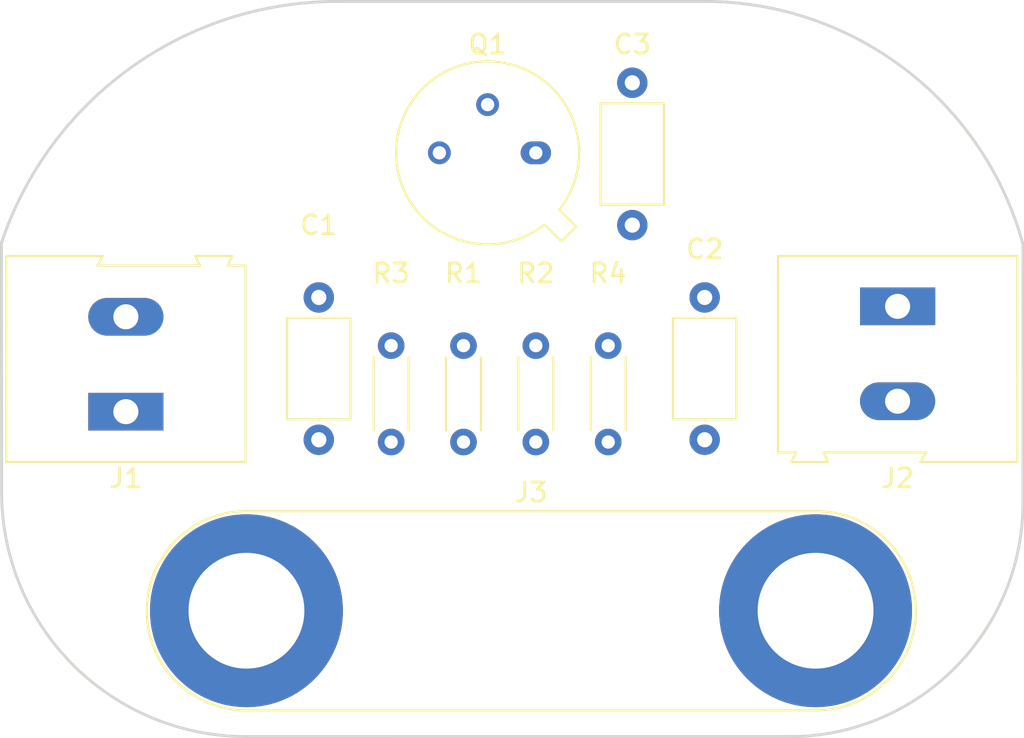
<source format=kicad_pcb>
(kicad_pcb (version 20171130) (host pcbnew "(5.0.2)-1")

  (general
    (thickness 1.6)
    (drawings 8)
    (tracks 0)
    (zones 0)
    (modules 11)
    (nets 8)
  )

  (page A4)
  (title_block
    (title Single_Transistor_AMP)
    (date 2019-05-27)
    (company "Venstpils Augstskola")
    (comment 1 "Darbs KiCad kursā")
    (comment 2 Mielavs)
    (comment 3 Sandijs)
  )

  (layers
    (0 F.Cu signal)
    (31 B.Cu signal)
    (32 B.Adhes user)
    (33 F.Adhes user)
    (34 B.Paste user)
    (35 F.Paste user)
    (36 B.SilkS user)
    (37 F.SilkS user)
    (38 B.Mask user)
    (39 F.Mask user)
    (40 Dwgs.User user)
    (41 Cmts.User user)
    (42 Eco1.User user)
    (43 Eco2.User user)
    (44 Edge.Cuts user)
    (45 Margin user)
    (46 B.CrtYd user)
    (47 F.CrtYd user)
    (48 B.Fab user)
    (49 F.Fab user)
  )

  (setup
    (last_trace_width 0.25)
    (trace_clearance 0.2)
    (zone_clearance 0.508)
    (zone_45_only no)
    (trace_min 0.2)
    (segment_width 0.2)
    (edge_width 0.15)
    (via_size 0.8)
    (via_drill 0.4)
    (via_min_size 0.4)
    (via_min_drill 0.3)
    (uvia_size 0.3)
    (uvia_drill 0.1)
    (uvias_allowed no)
    (uvia_min_size 0.2)
    (uvia_min_drill 0.1)
    (pcb_text_width 0.3)
    (pcb_text_size 1.5 1.5)
    (mod_edge_width 0.15)
    (mod_text_size 1 1)
    (mod_text_width 0.15)
    (pad_size 1.524 1.524)
    (pad_drill 0.762)
    (pad_to_mask_clearance 0.051)
    (solder_mask_min_width 0.25)
    (aux_axis_origin 199.39 106.68)
    (grid_origin 144.78 107.95)
    (visible_elements 7FFFFFFF)
    (pcbplotparams
      (layerselection 0x010fc_ffffffff)
      (usegerberextensions false)
      (usegerberattributes false)
      (usegerberadvancedattributes false)
      (creategerberjobfile false)
      (excludeedgelayer true)
      (linewidth 0.100000)
      (plotframeref false)
      (viasonmask false)
      (mode 1)
      (useauxorigin false)
      (hpglpennumber 1)
      (hpglpenspeed 20)
      (hpglpendiameter 15.000000)
      (psnegative false)
      (psa4output false)
      (plotreference true)
      (plotvalue true)
      (plotinvisibletext false)
      (padsonsilk false)
      (subtractmaskfromsilk false)
      (outputformat 1)
      (mirror false)
      (drillshape 1)
      (scaleselection 1)
      (outputdirectory ""))
  )

  (net 0 "")
  (net 1 "Net-(C1-Pad1)")
  (net 2 "Net-(C1-Pad2)")
  (net 3 GND)
  (net 4 "Net-(C2-Pad1)")
  (net 5 "Net-(C3-Pad1)")
  (net 6 "Net-(C3-Pad2)")
  (net 7 +12V)

  (net_class Default "This is the default net class."
    (clearance 0.2)
    (trace_width 0.25)
    (via_dia 0.8)
    (via_drill 0.4)
    (uvia_dia 0.3)
    (uvia_drill 0.1)
    (add_net +12V)
    (add_net GND)
    (add_net "Net-(C1-Pad1)")
    (add_net "Net-(C1-Pad2)")
    (add_net "Net-(C2-Pad1)")
    (add_net "Net-(C3-Pad1)")
    (add_net "Net-(C3-Pad2)")
  )

  (module Capacitor_THT:C_Axial_L5.1mm_D3.1mm_P7.50mm_Horizontal (layer F.Cu) (tedit 5CEF8DC1) (tstamp 5CF39FAE)
    (at 137.16 93.98 270)
    (descr "C, Axial series, Axial, Horizontal, pin pitch=7.5mm, , length*diameter=5.1*3.1mm^2, http://www.vishay.com/docs/45231/arseries.pdf")
    (tags "C Axial series Axial Horizontal pin pitch 7.5mm  length 5.1mm diameter 3.1mm")
    (path /5CC7307D)
    (fp_text reference C1 (at -3.81 0) (layer F.SilkS)
      (effects (font (size 1 1) (thickness 0.15)))
    )
    (fp_text value 20uF (at -2.54 0) (layer F.Fab)
      (effects (font (size 1 1) (thickness 0.15)))
    )
    (fp_line (start 1.2 -1.55) (end 1.2 1.55) (layer F.Fab) (width 0.1))
    (fp_line (start 1.2 1.55) (end 6.3 1.55) (layer F.Fab) (width 0.1))
    (fp_line (start 6.3 1.55) (end 6.3 -1.55) (layer F.Fab) (width 0.1))
    (fp_line (start 6.3 -1.55) (end 1.2 -1.55) (layer F.Fab) (width 0.1))
    (fp_line (start 0 0) (end 1.2 0) (layer F.Fab) (width 0.1))
    (fp_line (start 7.5 0) (end 6.3 0) (layer F.Fab) (width 0.1))
    (fp_line (start 1.08 -1.67) (end 1.08 1.67) (layer F.SilkS) (width 0.12))
    (fp_line (start 1.08 1.67) (end 6.42 1.67) (layer F.SilkS) (width 0.12))
    (fp_line (start 6.42 1.67) (end 6.42 -1.67) (layer F.SilkS) (width 0.12))
    (fp_line (start 6.42 -1.67) (end 1.08 -1.67) (layer F.SilkS) (width 0.12))
    (fp_line (start 1.04 0) (end 1.08 0) (layer F.SilkS) (width 0.12))
    (fp_line (start 6.46 0) (end 6.42 0) (layer F.SilkS) (width 0.12))
    (fp_line (start -1.05 -1.8) (end -1.05 1.8) (layer F.CrtYd) (width 0.05))
    (fp_line (start -1.05 1.8) (end 8.55 1.8) (layer F.CrtYd) (width 0.05))
    (fp_line (start 8.55 1.8) (end 8.55 -1.8) (layer F.CrtYd) (width 0.05))
    (fp_line (start 8.55 -1.8) (end -1.05 -1.8) (layer F.CrtYd) (width 0.05))
    (fp_text user %R (at 3.75 0 270) (layer F.Fab)
      (effects (font (size 1 1) (thickness 0.15)))
    )
    (pad 1 thru_hole circle (at 0 0 270) (size 1.6 1.6) (drill 0.8) (layers *.Cu *.Mask)
      (net 1 "Net-(C1-Pad1)"))
    (pad 2 thru_hole oval (at 7.5 0 270) (size 1.6 1.6) (drill 0.8) (layers *.Cu *.Mask)
      (net 2 "Net-(C1-Pad2)"))
    (model ${KISYS3DMOD}/Capacitor_THT.3dshapes/C_Axial_L5.1mm_D3.1mm_P7.50mm_Horizontal.wrl
      (at (xyz 0 0 0))
      (scale (xyz 1 1 1))
      (rotate (xyz 0 0 0))
    )
  )

  (module Capacitor_THT:C_Axial_L5.1mm_D3.1mm_P7.50mm_Horizontal (layer F.Cu) (tedit 5AE50EF0) (tstamp 5CF39FC5)
    (at 157.48 93.98 270)
    (descr "C, Axial series, Axial, Horizontal, pin pitch=7.5mm, , length*diameter=5.1*3.1mm^2, http://www.vishay.com/docs/45231/arseries.pdf")
    (tags "C Axial series Axial Horizontal pin pitch 7.5mm  length 5.1mm diameter 3.1mm")
    (path /5CC730E3)
    (fp_text reference C2 (at -2.54 0) (layer F.SilkS)
      (effects (font (size 1 1) (thickness 0.15)))
    )
    (fp_text value 50uF (at 3.75 2.67 270) (layer F.Fab)
      (effects (font (size 1 1) (thickness 0.15)))
    )
    (fp_text user %R (at 3.75 0 270) (layer F.Fab)
      (effects (font (size 1 1) (thickness 0.15)))
    )
    (fp_line (start 8.55 -1.8) (end -1.05 -1.8) (layer F.CrtYd) (width 0.05))
    (fp_line (start 8.55 1.8) (end 8.55 -1.8) (layer F.CrtYd) (width 0.05))
    (fp_line (start -1.05 1.8) (end 8.55 1.8) (layer F.CrtYd) (width 0.05))
    (fp_line (start -1.05 -1.8) (end -1.05 1.8) (layer F.CrtYd) (width 0.05))
    (fp_line (start 6.46 0) (end 6.42 0) (layer F.SilkS) (width 0.12))
    (fp_line (start 1.04 0) (end 1.08 0) (layer F.SilkS) (width 0.12))
    (fp_line (start 6.42 -1.67) (end 1.08 -1.67) (layer F.SilkS) (width 0.12))
    (fp_line (start 6.42 1.67) (end 6.42 -1.67) (layer F.SilkS) (width 0.12))
    (fp_line (start 1.08 1.67) (end 6.42 1.67) (layer F.SilkS) (width 0.12))
    (fp_line (start 1.08 -1.67) (end 1.08 1.67) (layer F.SilkS) (width 0.12))
    (fp_line (start 7.5 0) (end 6.3 0) (layer F.Fab) (width 0.1))
    (fp_line (start 0 0) (end 1.2 0) (layer F.Fab) (width 0.1))
    (fp_line (start 6.3 -1.55) (end 1.2 -1.55) (layer F.Fab) (width 0.1))
    (fp_line (start 6.3 1.55) (end 6.3 -1.55) (layer F.Fab) (width 0.1))
    (fp_line (start 1.2 1.55) (end 6.3 1.55) (layer F.Fab) (width 0.1))
    (fp_line (start 1.2 -1.55) (end 1.2 1.55) (layer F.Fab) (width 0.1))
    (pad 2 thru_hole oval (at 7.5 0 270) (size 1.6 1.6) (drill 0.8) (layers *.Cu *.Mask)
      (net 3 GND))
    (pad 1 thru_hole circle (at 0 0 270) (size 1.6 1.6) (drill 0.8) (layers *.Cu *.Mask)
      (net 4 "Net-(C2-Pad1)"))
    (model ${KISYS3DMOD}/Capacitor_THT.3dshapes/C_Axial_L5.1mm_D3.1mm_P7.50mm_Horizontal.wrl
      (at (xyz 0 0 0))
      (scale (xyz 1 1 1))
      (rotate (xyz 0 0 0))
    )
  )

  (module Capacitor_THT:C_Axial_L5.1mm_D3.1mm_P7.50mm_Horizontal (layer F.Cu) (tedit 5AE50EF0) (tstamp 5CF39FDC)
    (at 153.67 90.17 90)
    (descr "C, Axial series, Axial, Horizontal, pin pitch=7.5mm, , length*diameter=5.1*3.1mm^2, http://www.vishay.com/docs/45231/arseries.pdf")
    (tags "C Axial series Axial Horizontal pin pitch 7.5mm  length 5.1mm diameter 3.1mm")
    (path /5CC7313D)
    (fp_text reference C3 (at 9.525 0 180) (layer F.SilkS)
      (effects (font (size 1 1) (thickness 0.15)))
    )
    (fp_text value 20uF (at 3.75 2.67 90) (layer F.Fab)
      (effects (font (size 1 1) (thickness 0.15)))
    )
    (fp_line (start 1.2 -1.55) (end 1.2 1.55) (layer F.Fab) (width 0.1))
    (fp_line (start 1.2 1.55) (end 6.3 1.55) (layer F.Fab) (width 0.1))
    (fp_line (start 6.3 1.55) (end 6.3 -1.55) (layer F.Fab) (width 0.1))
    (fp_line (start 6.3 -1.55) (end 1.2 -1.55) (layer F.Fab) (width 0.1))
    (fp_line (start 0 0) (end 1.2 0) (layer F.Fab) (width 0.1))
    (fp_line (start 7.5 0) (end 6.3 0) (layer F.Fab) (width 0.1))
    (fp_line (start 1.08 -1.67) (end 1.08 1.67) (layer F.SilkS) (width 0.12))
    (fp_line (start 1.08 1.67) (end 6.42 1.67) (layer F.SilkS) (width 0.12))
    (fp_line (start 6.42 1.67) (end 6.42 -1.67) (layer F.SilkS) (width 0.12))
    (fp_line (start 6.42 -1.67) (end 1.08 -1.67) (layer F.SilkS) (width 0.12))
    (fp_line (start 1.04 0) (end 1.08 0) (layer F.SilkS) (width 0.12))
    (fp_line (start 6.46 0) (end 6.42 0) (layer F.SilkS) (width 0.12))
    (fp_line (start -1.05 -1.8) (end -1.05 1.8) (layer F.CrtYd) (width 0.05))
    (fp_line (start -1.05 1.8) (end 8.55 1.8) (layer F.CrtYd) (width 0.05))
    (fp_line (start 8.55 1.8) (end 8.55 -1.8) (layer F.CrtYd) (width 0.05))
    (fp_line (start 8.55 -1.8) (end -1.05 -1.8) (layer F.CrtYd) (width 0.05))
    (fp_text user %R (at 3.81 0 90) (layer F.Fab)
      (effects (font (size 1 1) (thickness 0.15)))
    )
    (pad 1 thru_hole circle (at 0 0 90) (size 1.6 1.6) (drill 0.8) (layers *.Cu *.Mask)
      (net 5 "Net-(C3-Pad1)"))
    (pad 2 thru_hole oval (at 7.5 0 90) (size 1.6 1.6) (drill 0.8) (layers *.Cu *.Mask)
      (net 6 "Net-(C3-Pad2)"))
    (model ${KISYS3DMOD}/Capacitor_THT.3dshapes/C_Axial_L5.1mm_D3.1mm_P7.50mm_Horizontal.wrl
      (at (xyz 0 0 0))
      (scale (xyz 1 1 1))
      (rotate (xyz 0 0 0))
    )
  )

  (module TerminalBlock:TerminalBlock_Altech_AK300-2_P5.00mm (layer F.Cu) (tedit 59FF0306) (tstamp 5CF3A043)
    (at 127 100 90)
    (descr "Altech AK300 terminal block, pitch 5.0mm, 45 degree angled, see http://www.mouser.com/ds/2/16/PCBMETRC-24178.pdf")
    (tags "Altech AK300 terminal block pitch 5.0mm")
    (path /5CC73E91)
    (fp_text reference J1 (at -3.505 0 180) (layer F.SilkS)
      (effects (font (size 1 1) (thickness 0.15)))
    )
    (fp_text value Signal_In (at 9.195 0 180) (layer F.Fab)
      (effects (font (size 1 1) (thickness 0.15)))
    )
    (fp_arc (start -1.13 -4.65) (end -1.42 -4.13) (angle 104.2) (layer F.Fab) (width 0.1))
    (fp_arc (start -0.01 -3.71) (end -1.62 -5) (angle 100) (layer F.Fab) (width 0.1))
    (fp_arc (start 0.06 -6.07) (end 1.53 -4.12) (angle 75.5) (layer F.Fab) (width 0.1))
    (fp_arc (start 1.03 -4.59) (end 1.53 -5.05) (angle 90.5) (layer F.Fab) (width 0.1))
    (fp_arc (start 3.87 -4.65) (end 3.58 -4.13) (angle 104.2) (layer F.Fab) (width 0.1))
    (fp_arc (start 4.99 -3.71) (end 3.39 -5) (angle 100) (layer F.Fab) (width 0.1))
    (fp_arc (start 5.07 -6.07) (end 6.53 -4.12) (angle 75.5) (layer F.Fab) (width 0.1))
    (fp_arc (start 6.03 -4.59) (end 6.54 -5.05) (angle 90.5) (layer F.Fab) (width 0.1))
    (fp_line (start 8.36 6.47) (end -2.83 6.47) (layer F.CrtYd) (width 0.05))
    (fp_line (start 8.36 6.47) (end 8.36 -6.47) (layer F.CrtYd) (width 0.05))
    (fp_line (start -2.83 -6.47) (end -2.83 6.47) (layer F.CrtYd) (width 0.05))
    (fp_line (start -2.83 -6.47) (end 8.36 -6.47) (layer F.CrtYd) (width 0.05))
    (fp_line (start 3.36 -0.25) (end 6.67 -0.25) (layer F.Fab) (width 0.1))
    (fp_line (start 2.98 -0.25) (end 3.36 -0.25) (layer F.Fab) (width 0.1))
    (fp_line (start 7.05 -0.25) (end 6.67 -0.25) (layer F.Fab) (width 0.1))
    (fp_line (start 6.67 -0.64) (end 3.36 -0.64) (layer F.Fab) (width 0.1))
    (fp_line (start 7.61 -0.64) (end 6.67 -0.64) (layer F.Fab) (width 0.1))
    (fp_line (start 1.66 -0.64) (end 3.36 -0.64) (layer F.Fab) (width 0.1))
    (fp_line (start -1.64 -0.64) (end 1.66 -0.64) (layer F.Fab) (width 0.1))
    (fp_line (start -2.58 -0.64) (end -1.64 -0.64) (layer F.Fab) (width 0.1))
    (fp_line (start 1.66 -0.25) (end -1.64 -0.25) (layer F.Fab) (width 0.1))
    (fp_line (start 2.04 -0.25) (end 1.66 -0.25) (layer F.Fab) (width 0.1))
    (fp_line (start -2.02 -0.25) (end -1.64 -0.25) (layer F.Fab) (width 0.1))
    (fp_line (start -1.49 -4.32) (end 1.56 -4.95) (layer F.Fab) (width 0.1))
    (fp_line (start -1.62 -4.45) (end 1.44 -5.08) (layer F.Fab) (width 0.1))
    (fp_line (start 3.52 -4.32) (end 6.56 -4.95) (layer F.Fab) (width 0.1))
    (fp_line (start 3.39 -4.45) (end 6.44 -5.08) (layer F.Fab) (width 0.1))
    (fp_line (start 2.04 -5.97) (end -2.02 -5.97) (layer F.Fab) (width 0.1))
    (fp_line (start -2.02 -3.43) (end -2.02 -5.97) (layer F.Fab) (width 0.1))
    (fp_line (start 2.04 -3.43) (end -2.02 -3.43) (layer F.Fab) (width 0.1))
    (fp_line (start 2.04 -3.43) (end 2.04 -5.97) (layer F.Fab) (width 0.1))
    (fp_line (start 7.05 -3.43) (end 2.98 -3.43) (layer F.Fab) (width 0.1))
    (fp_line (start 7.05 -5.97) (end 7.05 -3.43) (layer F.Fab) (width 0.1))
    (fp_line (start 2.98 -5.97) (end 7.05 -5.97) (layer F.Fab) (width 0.1))
    (fp_line (start 2.98 -3.43) (end 2.98 -5.97) (layer F.Fab) (width 0.1))
    (fp_line (start 7.61 -3.17) (end 7.61 -1.65) (layer F.Fab) (width 0.1))
    (fp_line (start -2.58 -3.17) (end -2.58 -6.22) (layer F.Fab) (width 0.1))
    (fp_line (start -2.58 -3.17) (end 7.61 -3.17) (layer F.Fab) (width 0.1))
    (fp_line (start 7.61 -0.64) (end 7.61 4.06) (layer F.Fab) (width 0.1))
    (fp_line (start 7.61 -1.65) (end 7.61 -0.64) (layer F.Fab) (width 0.1))
    (fp_line (start -2.58 -0.64) (end -2.58 -3.17) (layer F.Fab) (width 0.1))
    (fp_line (start -2.58 6.22) (end -2.58 -0.64) (layer F.Fab) (width 0.1))
    (fp_line (start 6.67 0.51) (end 6.28 0.51) (layer F.Fab) (width 0.1))
    (fp_line (start 3.36 0.51) (end 3.74 0.51) (layer F.Fab) (width 0.1))
    (fp_line (start 1.66 0.51) (end 1.28 0.51) (layer F.Fab) (width 0.1))
    (fp_line (start -1.64 0.51) (end -1.26 0.51) (layer F.Fab) (width 0.1))
    (fp_line (start -1.64 3.68) (end -1.64 0.51) (layer F.Fab) (width 0.1))
    (fp_line (start 1.66 3.68) (end -1.64 3.68) (layer F.Fab) (width 0.1))
    (fp_line (start 1.66 3.68) (end 1.66 0.51) (layer F.Fab) (width 0.1))
    (fp_line (start 3.36 3.68) (end 3.36 0.51) (layer F.Fab) (width 0.1))
    (fp_line (start 6.67 3.68) (end 3.36 3.68) (layer F.Fab) (width 0.1))
    (fp_line (start 6.67 3.68) (end 6.67 0.51) (layer F.Fab) (width 0.1))
    (fp_line (start -2.02 4.32) (end -2.02 6.22) (layer F.Fab) (width 0.1))
    (fp_line (start 2.04 4.32) (end 2.04 -0.25) (layer F.Fab) (width 0.1))
    (fp_line (start 2.04 4.32) (end -2.02 4.32) (layer F.Fab) (width 0.1))
    (fp_line (start 7.05 4.32) (end 7.05 6.22) (layer F.Fab) (width 0.1))
    (fp_line (start 2.98 4.32) (end 2.98 -0.25) (layer F.Fab) (width 0.1))
    (fp_line (start 2.98 4.32) (end 7.05 4.32) (layer F.Fab) (width 0.1))
    (fp_line (start -2.02 6.22) (end 2.04 6.22) (layer F.Fab) (width 0.1))
    (fp_line (start -2.58 6.22) (end -2.02 6.22) (layer F.Fab) (width 0.1))
    (fp_line (start -2.02 -0.25) (end -2.02 4.32) (layer F.Fab) (width 0.1))
    (fp_line (start 2.04 6.22) (end 2.98 6.22) (layer F.Fab) (width 0.1))
    (fp_line (start 2.04 6.22) (end 2.04 4.32) (layer F.Fab) (width 0.1))
    (fp_line (start 7.05 6.22) (end 7.61 6.22) (layer F.Fab) (width 0.1))
    (fp_line (start 2.98 6.22) (end 7.05 6.22) (layer F.Fab) (width 0.1))
    (fp_line (start 7.05 -0.25) (end 7.05 4.32) (layer F.Fab) (width 0.1))
    (fp_line (start 2.98 6.22) (end 2.98 4.32) (layer F.Fab) (width 0.1))
    (fp_line (start 8.11 3.81) (end 8.11 5.46) (layer F.Fab) (width 0.1))
    (fp_line (start 7.61 4.06) (end 7.61 5.21) (layer F.Fab) (width 0.1))
    (fp_line (start 8.11 3.81) (end 7.61 4.06) (layer F.Fab) (width 0.1))
    (fp_line (start 7.61 5.21) (end 7.61 6.22) (layer F.Fab) (width 0.1))
    (fp_line (start 8.11 5.46) (end 7.61 5.21) (layer F.Fab) (width 0.1))
    (fp_line (start 8.11 -1.4) (end 7.61 -1.65) (layer F.Fab) (width 0.1))
    (fp_line (start 8.11 -6.22) (end 8.11 -1.4) (layer F.Fab) (width 0.1))
    (fp_line (start 7.61 -6.22) (end 8.11 -6.22) (layer F.Fab) (width 0.1))
    (fp_line (start 7.61 -6.22) (end -2.58 -6.22) (layer F.Fab) (width 0.1))
    (fp_line (start 7.61 -6.22) (end 7.61 -3.17) (layer F.Fab) (width 0.1))
    (fp_line (start 3.74 2.54) (end 3.74 -0.25) (layer F.Fab) (width 0.1))
    (fp_line (start 3.74 -0.25) (end 6.28 -0.25) (layer F.Fab) (width 0.1))
    (fp_line (start 6.28 2.54) (end 6.28 -0.25) (layer F.Fab) (width 0.1))
    (fp_line (start 3.74 2.54) (end 6.28 2.54) (layer F.Fab) (width 0.1))
    (fp_line (start -1.26 2.54) (end -1.26 -0.25) (layer F.Fab) (width 0.1))
    (fp_line (start -1.26 -0.25) (end 1.28 -0.25) (layer F.Fab) (width 0.1))
    (fp_line (start 1.28 2.54) (end 1.28 -0.25) (layer F.Fab) (width 0.1))
    (fp_line (start -1.26 2.54) (end 1.28 2.54) (layer F.Fab) (width 0.1))
    (fp_line (start 8.2 -6.3) (end -2.65 -6.3) (layer F.SilkS) (width 0.12))
    (fp_line (start 8.2 -1.2) (end 8.2 -6.3) (layer F.SilkS) (width 0.12))
    (fp_line (start 7.7 -1.5) (end 8.2 -1.2) (layer F.SilkS) (width 0.12))
    (fp_line (start 7.7 3.9) (end 7.7 -1.5) (layer F.SilkS) (width 0.12))
    (fp_line (start 8.2 3.65) (end 7.7 3.9) (layer F.SilkS) (width 0.12))
    (fp_line (start 8.2 3.7) (end 8.2 3.65) (layer F.SilkS) (width 0.12))
    (fp_line (start 8.2 5.6) (end 8.2 3.7) (layer F.SilkS) (width 0.12))
    (fp_line (start 7.7 5.35) (end 8.2 5.6) (layer F.SilkS) (width 0.12))
    (fp_line (start 7.7 6.3) (end 7.7 5.35) (layer F.SilkS) (width 0.12))
    (fp_line (start -2.65 6.3) (end 7.7 6.3) (layer F.SilkS) (width 0.12))
    (fp_line (start -2.65 -6.3) (end -2.65 6.3) (layer F.SilkS) (width 0.12))
    (fp_text user %R (at 2.5 -2 90) (layer F.Fab)
      (effects (font (size 1 1) (thickness 0.15)))
    )
    (pad 2 thru_hole oval (at 5 0 90) (size 1.98 3.96) (drill 1.32) (layers *.Cu *.Mask)
      (net 2 "Net-(C1-Pad2)"))
    (pad 1 thru_hole rect (at 0 0 90) (size 1.98 3.96) (drill 1.32) (layers *.Cu *.Mask)
      (net 3 GND))
    (model ${KISYS3DMOD}/TerminalBlock.3dshapes/TerminalBlock_Altech_AK300-2_P5.00mm.wrl
      (at (xyz 0 0 0))
      (scale (xyz 1 1 1))
      (rotate (xyz 0 0 0))
    )
  )

  (module TerminalBlock:TerminalBlock_Altech_AK300-2_P5.00mm (layer F.Cu) (tedit 59FF0306) (tstamp 5CF3A0AA)
    (at 167.64 94.45 270)
    (descr "Altech AK300 terminal block, pitch 5.0mm, 45 degree angled, see http://www.mouser.com/ds/2/16/PCBMETRC-24178.pdf")
    (tags "Altech AK300 terminal block pitch 5.0mm")
    (path /5CC73E33)
    (fp_text reference J2 (at 9.055 0) (layer F.SilkS)
      (effects (font (size 1 1) (thickness 0.15)))
    )
    (fp_text value Signal_Out (at -3.81 0) (layer F.Fab)
      (effects (font (size 1 1) (thickness 0.15)))
    )
    (fp_text user %R (at 2.5 -2.305001 270) (layer F.Fab)
      (effects (font (size 1 1) (thickness 0.15)))
    )
    (fp_line (start -2.65 -6.3) (end -2.65 6.3) (layer F.SilkS) (width 0.12))
    (fp_line (start -2.65 6.3) (end 7.7 6.3) (layer F.SilkS) (width 0.12))
    (fp_line (start 7.7 6.3) (end 7.7 5.35) (layer F.SilkS) (width 0.12))
    (fp_line (start 7.7 5.35) (end 8.2 5.6) (layer F.SilkS) (width 0.12))
    (fp_line (start 8.2 5.6) (end 8.2 3.7) (layer F.SilkS) (width 0.12))
    (fp_line (start 8.2 3.7) (end 8.2 3.65) (layer F.SilkS) (width 0.12))
    (fp_line (start 8.2 3.65) (end 7.7 3.9) (layer F.SilkS) (width 0.12))
    (fp_line (start 7.7 3.9) (end 7.7 -1.5) (layer F.SilkS) (width 0.12))
    (fp_line (start 7.7 -1.5) (end 8.2 -1.2) (layer F.SilkS) (width 0.12))
    (fp_line (start 8.2 -1.2) (end 8.2 -6.3) (layer F.SilkS) (width 0.12))
    (fp_line (start 8.2 -6.3) (end -2.65 -6.3) (layer F.SilkS) (width 0.12))
    (fp_line (start -1.26 2.54) (end 1.28 2.54) (layer F.Fab) (width 0.1))
    (fp_line (start 1.28 2.54) (end 1.28 -0.25) (layer F.Fab) (width 0.1))
    (fp_line (start -1.26 -0.25) (end 1.28 -0.25) (layer F.Fab) (width 0.1))
    (fp_line (start -1.26 2.54) (end -1.26 -0.25) (layer F.Fab) (width 0.1))
    (fp_line (start 3.74 2.54) (end 6.28 2.54) (layer F.Fab) (width 0.1))
    (fp_line (start 6.28 2.54) (end 6.28 -0.25) (layer F.Fab) (width 0.1))
    (fp_line (start 3.74 -0.25) (end 6.28 -0.25) (layer F.Fab) (width 0.1))
    (fp_line (start 3.74 2.54) (end 3.74 -0.25) (layer F.Fab) (width 0.1))
    (fp_line (start 7.61 -6.22) (end 7.61 -3.17) (layer F.Fab) (width 0.1))
    (fp_line (start 7.61 -6.22) (end -2.58 -6.22) (layer F.Fab) (width 0.1))
    (fp_line (start 7.61 -6.22) (end 8.11 -6.22) (layer F.Fab) (width 0.1))
    (fp_line (start 8.11 -6.22) (end 8.11 -1.4) (layer F.Fab) (width 0.1))
    (fp_line (start 8.11 -1.4) (end 7.61 -1.65) (layer F.Fab) (width 0.1))
    (fp_line (start 8.11 5.46) (end 7.61 5.21) (layer F.Fab) (width 0.1))
    (fp_line (start 7.61 5.21) (end 7.61 6.22) (layer F.Fab) (width 0.1))
    (fp_line (start 8.11 3.81) (end 7.61 4.06) (layer F.Fab) (width 0.1))
    (fp_line (start 7.61 4.06) (end 7.61 5.21) (layer F.Fab) (width 0.1))
    (fp_line (start 8.11 3.81) (end 8.11 5.46) (layer F.Fab) (width 0.1))
    (fp_line (start 2.98 6.22) (end 2.98 4.32) (layer F.Fab) (width 0.1))
    (fp_line (start 7.05 -0.25) (end 7.05 4.32) (layer F.Fab) (width 0.1))
    (fp_line (start 2.98 6.22) (end 7.05 6.22) (layer F.Fab) (width 0.1))
    (fp_line (start 7.05 6.22) (end 7.61 6.22) (layer F.Fab) (width 0.1))
    (fp_line (start 2.04 6.22) (end 2.04 4.32) (layer F.Fab) (width 0.1))
    (fp_line (start 2.04 6.22) (end 2.98 6.22) (layer F.Fab) (width 0.1))
    (fp_line (start -2.02 -0.25) (end -2.02 4.32) (layer F.Fab) (width 0.1))
    (fp_line (start -2.58 6.22) (end -2.02 6.22) (layer F.Fab) (width 0.1))
    (fp_line (start -2.02 6.22) (end 2.04 6.22) (layer F.Fab) (width 0.1))
    (fp_line (start 2.98 4.32) (end 7.05 4.32) (layer F.Fab) (width 0.1))
    (fp_line (start 2.98 4.32) (end 2.98 -0.25) (layer F.Fab) (width 0.1))
    (fp_line (start 7.05 4.32) (end 7.05 6.22) (layer F.Fab) (width 0.1))
    (fp_line (start 2.04 4.32) (end -2.02 4.32) (layer F.Fab) (width 0.1))
    (fp_line (start 2.04 4.32) (end 2.04 -0.25) (layer F.Fab) (width 0.1))
    (fp_line (start -2.02 4.32) (end -2.02 6.22) (layer F.Fab) (width 0.1))
    (fp_line (start 6.67 3.68) (end 6.67 0.51) (layer F.Fab) (width 0.1))
    (fp_line (start 6.67 3.68) (end 3.36 3.68) (layer F.Fab) (width 0.1))
    (fp_line (start 3.36 3.68) (end 3.36 0.51) (layer F.Fab) (width 0.1))
    (fp_line (start 1.66 3.68) (end 1.66 0.51) (layer F.Fab) (width 0.1))
    (fp_line (start 1.66 3.68) (end -1.64 3.68) (layer F.Fab) (width 0.1))
    (fp_line (start -1.64 3.68) (end -1.64 0.51) (layer F.Fab) (width 0.1))
    (fp_line (start -1.64 0.51) (end -1.26 0.51) (layer F.Fab) (width 0.1))
    (fp_line (start 1.66 0.51) (end 1.28 0.51) (layer F.Fab) (width 0.1))
    (fp_line (start 3.36 0.51) (end 3.74 0.51) (layer F.Fab) (width 0.1))
    (fp_line (start 6.67 0.51) (end 6.28 0.51) (layer F.Fab) (width 0.1))
    (fp_line (start -2.58 6.22) (end -2.58 -0.64) (layer F.Fab) (width 0.1))
    (fp_line (start -2.58 -0.64) (end -2.58 -3.17) (layer F.Fab) (width 0.1))
    (fp_line (start 7.61 -1.65) (end 7.61 -0.64) (layer F.Fab) (width 0.1))
    (fp_line (start 7.61 -0.64) (end 7.61 4.06) (layer F.Fab) (width 0.1))
    (fp_line (start -2.58 -3.17) (end 7.61 -3.17) (layer F.Fab) (width 0.1))
    (fp_line (start -2.58 -3.17) (end -2.58 -6.22) (layer F.Fab) (width 0.1))
    (fp_line (start 7.61 -3.17) (end 7.61 -1.65) (layer F.Fab) (width 0.1))
    (fp_line (start 2.98 -3.43) (end 2.98 -5.97) (layer F.Fab) (width 0.1))
    (fp_line (start 2.98 -5.97) (end 7.05 -5.97) (layer F.Fab) (width 0.1))
    (fp_line (start 7.05 -5.97) (end 7.05 -3.43) (layer F.Fab) (width 0.1))
    (fp_line (start 7.05 -3.43) (end 2.98 -3.43) (layer F.Fab) (width 0.1))
    (fp_line (start 2.04 -3.43) (end 2.04 -5.97) (layer F.Fab) (width 0.1))
    (fp_line (start 2.04 -3.43) (end -2.02 -3.43) (layer F.Fab) (width 0.1))
    (fp_line (start -2.02 -3.43) (end -2.02 -5.97) (layer F.Fab) (width 0.1))
    (fp_line (start 2.04 -5.97) (end -2.02 -5.97) (layer F.Fab) (width 0.1))
    (fp_line (start 3.39 -4.45) (end 6.44 -5.08) (layer F.Fab) (width 0.1))
    (fp_line (start 3.52 -4.32) (end 6.56 -4.95) (layer F.Fab) (width 0.1))
    (fp_line (start -1.62 -4.45) (end 1.44 -5.08) (layer F.Fab) (width 0.1))
    (fp_line (start -1.49 -4.32) (end 1.56 -4.95) (layer F.Fab) (width 0.1))
    (fp_line (start -2.02 -0.25) (end -1.64 -0.25) (layer F.Fab) (width 0.1))
    (fp_line (start 2.04 -0.25) (end 1.66 -0.25) (layer F.Fab) (width 0.1))
    (fp_line (start 1.66 -0.25) (end -1.64 -0.25) (layer F.Fab) (width 0.1))
    (fp_line (start -2.58 -0.64) (end -1.64 -0.64) (layer F.Fab) (width 0.1))
    (fp_line (start -1.64 -0.64) (end 1.66 -0.64) (layer F.Fab) (width 0.1))
    (fp_line (start 1.66 -0.64) (end 3.36 -0.64) (layer F.Fab) (width 0.1))
    (fp_line (start 7.61 -0.64) (end 6.67 -0.64) (layer F.Fab) (width 0.1))
    (fp_line (start 6.67 -0.64) (end 3.36 -0.64) (layer F.Fab) (width 0.1))
    (fp_line (start 7.05 -0.25) (end 6.67 -0.25) (layer F.Fab) (width 0.1))
    (fp_line (start 2.98 -0.25) (end 3.36 -0.25) (layer F.Fab) (width 0.1))
    (fp_line (start 3.36 -0.25) (end 6.67 -0.25) (layer F.Fab) (width 0.1))
    (fp_line (start -2.83 -6.47) (end 8.36 -6.47) (layer F.CrtYd) (width 0.05))
    (fp_line (start -2.83 -6.47) (end -2.83 6.47) (layer F.CrtYd) (width 0.05))
    (fp_line (start 8.36 6.47) (end 8.36 -6.47) (layer F.CrtYd) (width 0.05))
    (fp_line (start 8.36 6.47) (end -2.83 6.47) (layer F.CrtYd) (width 0.05))
    (fp_arc (start 6.03 -4.59) (end 6.54 -5.05) (angle 90.5) (layer F.Fab) (width 0.1))
    (fp_arc (start 5.07 -6.07) (end 6.53 -4.12) (angle 75.5) (layer F.Fab) (width 0.1))
    (fp_arc (start 4.99 -3.71) (end 3.39 -5) (angle 100) (layer F.Fab) (width 0.1))
    (fp_arc (start 3.87 -4.65) (end 3.58 -4.13) (angle 104.2) (layer F.Fab) (width 0.1))
    (fp_arc (start 1.03 -4.59) (end 1.53 -5.05) (angle 90.5) (layer F.Fab) (width 0.1))
    (fp_arc (start 0.06 -6.07) (end 1.53 -4.12) (angle 75.5) (layer F.Fab) (width 0.1))
    (fp_arc (start -0.01 -3.71) (end -1.62 -5) (angle 100) (layer F.Fab) (width 0.1))
    (fp_arc (start -1.13 -4.65) (end -1.42 -4.13) (angle 104.2) (layer F.Fab) (width 0.1))
    (pad 1 thru_hole rect (at 0 0 270) (size 1.98 3.96) (drill 1.32) (layers *.Cu *.Mask)
      (net 5 "Net-(C3-Pad1)"))
    (pad 2 thru_hole oval (at 5 0 270) (size 1.98 3.96) (drill 1.32) (layers *.Cu *.Mask)
      (net 3 GND))
    (model ${KISYS3DMOD}/TerminalBlock.3dshapes/TerminalBlock_Altech_AK300-2_P5.00mm.wrl
      (at (xyz 0 0 0))
      (scale (xyz 1 1 1))
      (rotate (xyz 0 0 0))
    )
  )

  (module Connector:Banana_Jack_2Pin (layer F.Cu) (tedit 5CFC1095) (tstamp 5CF3A0BD)
    (at 133.35 110.49)
    (descr "Dual banana socket, footprint - 2 x 6mm drills")
    (tags "banana socket")
    (path /5CEF8542)
    (fp_text reference J3 (at 14.985 -6.24) (layer F.SilkS)
      (effects (font (size 1 1) (thickness 0.15)))
    )
    (fp_text value Screw_Terminal_01x02 (at 5.08254 -6.2357) (layer F.Fab)
      (effects (font (size 1 1) (thickness 0.15)))
    )
    (fp_text user %R (at 14.985 0) (layer F.Fab)
      (effects (font (size 1 1) (thickness 0.15)))
    )
    (fp_line (start 30 -5.5) (end 0 -5.5) (layer F.CrtYd) (width 0.05))
    (fp_line (start 0 5.5) (end 30 5.5) (layer F.CrtYd) (width 0.05))
    (fp_line (start 0 5.25) (end 30 5.25) (layer F.SilkS) (width 0.12))
    (fp_line (start 30 -5.25) (end 0 -5.25) (layer F.SilkS) (width 0.12))
    (fp_circle (center 30 0) (end 32 0) (layer F.Fab) (width 0.1))
    (fp_circle (center 0 0) (end 2 0) (layer F.Fab) (width 0.1))
    (fp_circle (center 0 0) (end 4.75 0) (layer F.Fab) (width 0.1))
    (fp_circle (center 30 0) (end 34.75 0) (layer F.Fab) (width 0.1))
    (fp_arc (start 0 0) (end 0 5.5) (angle 180) (layer F.CrtYd) (width 0.05))
    (fp_arc (start 30 0) (end 30 -5.5) (angle 180) (layer F.CrtYd) (width 0.05))
    (fp_arc (start 30 0) (end 30 -5.25) (angle 180) (layer F.SilkS) (width 0.12))
    (fp_arc (start 0 0) (end 0 5.25) (angle 180) (layer F.SilkS) (width 0.12))
    (pad 1 thru_hole circle (at 0 0) (size 10.16 10.16) (drill 6.1) (layers *.Cu *.Mask)
      (net 7 +12V))
    (pad 2 thru_hole circle (at 29.97 0) (size 10.16 10.16) (drill 6.1) (layers *.Cu *.Mask)
      (net 3 GND))
    (model ${KISYS3DMOD}/Connector.3dshapes/Banana_Jack_2Pin.wrl
      (offset (xyz 14.98599977493286 0 0))
      (scale (xyz 2 2 2))
      (rotate (xyz 0 0 0))
    )
  )

  (module Package_TO_SOT_THT:TO-39-3 (layer F.Cu) (tedit 5CEF92C3) (tstamp 5CF3A0D2)
    (at 148.59 86.36 180)
    (descr TO-39-3)
    (tags TO-39-3)
    (path /5CC7321C)
    (fp_text reference Q1 (at 2.54 5.715 180) (layer F.SilkS)
      (effects (font (size 1 1) (thickness 0.15)))
    )
    (fp_text value 2N2219 (at 8.255 0.635 270) (layer F.Fab)
      (effects (font (size 1 1) (thickness 0.15)))
    )
    (fp_text user %R (at 2.54 -5.82 180) (layer F.Fab)
      (effects (font (size 1 1) (thickness 0.15)))
    )
    (fp_line (start -0.465408 -3.61352) (end -1.27151 -4.419621) (layer F.Fab) (width 0.1))
    (fp_line (start -1.27151 -4.419621) (end -1.879621 -3.81151) (layer F.Fab) (width 0.1))
    (fp_line (start -1.879621 -3.81151) (end -1.07352 -3.005408) (layer F.Fab) (width 0.1))
    (fp_line (start -0.457084 -3.774902) (end -1.348039 -4.665856) (layer F.SilkS) (width 0.12))
    (fp_line (start -1.348039 -4.665856) (end -2.125856 -3.888039) (layer F.SilkS) (width 0.12))
    (fp_line (start -2.125856 -3.888039) (end -1.234902 -2.997084) (layer F.SilkS) (width 0.12))
    (fp_line (start -2.41 -4.95) (end -2.41 4.95) (layer F.CrtYd) (width 0.05))
    (fp_line (start -2.41 4.95) (end 7.49 4.95) (layer F.CrtYd) (width 0.05))
    (fp_line (start 7.49 4.95) (end 7.49 -4.95) (layer F.CrtYd) (width 0.05))
    (fp_line (start 7.49 -4.95) (end -2.41 -4.95) (layer F.CrtYd) (width 0.05))
    (fp_circle (center 2.54 0) (end 6.79 0) (layer F.Fab) (width 0.1))
    (fp_arc (start 2.54 0) (end -0.465408 -3.61352) (angle 349.5) (layer F.Fab) (width 0.1))
    (fp_arc (start 2.54 0) (end -0.457084 -3.774902) (angle 346.9) (layer F.SilkS) (width 0.12))
    (pad 1 thru_hole oval (at 0 0 180) (size 1.6 1.2) (drill 0.7) (layers *.Cu *.Mask)
      (net 4 "Net-(C2-Pad1)"))
    (pad 2 thru_hole oval (at 2.54 2.54 180) (size 1.2 1.2) (drill 0.7) (layers *.Cu *.Mask)
      (net 1 "Net-(C1-Pad1)"))
    (pad 3 thru_hole oval (at 5.08 0 180) (size 1.2 1.2) (drill 0.7) (layers *.Cu *.Mask)
      (net 6 "Net-(C3-Pad2)"))
    (model ${KISYS3DMOD}/Package_TO_SOT_THT.3dshapes/TO-39-3.wrl
      (at (xyz 0 0 0))
      (scale (xyz 1 1 1))
      (rotate (xyz 0 0 0))
    )
  )

  (module Resistor_THT:R_Axial_DIN0204_L3.6mm_D1.6mm_P5.08mm_Horizontal (layer F.Cu) (tedit 5AE5139B) (tstamp 5CF3A0E5)
    (at 144.78 101.6 90)
    (descr "Resistor, Axial_DIN0204 series, Axial, Horizontal, pin pitch=5.08mm, 0.167W, length*diameter=3.6*1.6mm^2, http://cdn-reichelt.de/documents/datenblatt/B400/1_4W%23YAG.pdf")
    (tags "Resistor Axial_DIN0204 series Axial Horizontal pin pitch 5.08mm 0.167W length 3.6mm diameter 1.6mm")
    (path /5CC72E06)
    (fp_text reference R1 (at 8.89 0 180) (layer F.SilkS)
      (effects (font (size 1 1) (thickness 0.15)))
    )
    (fp_text value 22k (at 7.62 0 180) (layer F.Fab)
      (effects (font (size 1 1) (thickness 0.15)))
    )
    (fp_line (start 0.74 -0.8) (end 0.74 0.8) (layer F.Fab) (width 0.1))
    (fp_line (start 0.74 0.8) (end 4.34 0.8) (layer F.Fab) (width 0.1))
    (fp_line (start 4.34 0.8) (end 4.34 -0.8) (layer F.Fab) (width 0.1))
    (fp_line (start 4.34 -0.8) (end 0.74 -0.8) (layer F.Fab) (width 0.1))
    (fp_line (start 0 0) (end 0.74 0) (layer F.Fab) (width 0.1))
    (fp_line (start 5.08 0) (end 4.34 0) (layer F.Fab) (width 0.1))
    (fp_line (start 0.62 -0.92) (end 4.46 -0.92) (layer F.SilkS) (width 0.12))
    (fp_line (start 0.62 0.92) (end 4.46 0.92) (layer F.SilkS) (width 0.12))
    (fp_line (start -0.95 -1.05) (end -0.95 1.05) (layer F.CrtYd) (width 0.05))
    (fp_line (start -0.95 1.05) (end 6.03 1.05) (layer F.CrtYd) (width 0.05))
    (fp_line (start 6.03 1.05) (end 6.03 -1.05) (layer F.CrtYd) (width 0.05))
    (fp_line (start 6.03 -1.05) (end -0.95 -1.05) (layer F.CrtYd) (width 0.05))
    (fp_text user %R (at 2.54 0 90) (layer F.Fab)
      (effects (font (size 0.72 0.72) (thickness 0.108)))
    )
    (pad 1 thru_hole circle (at 0 0 90) (size 1.4 1.4) (drill 0.7) (layers *.Cu *.Mask)
      (net 7 +12V))
    (pad 2 thru_hole oval (at 5.08 0 90) (size 1.4 1.4) (drill 0.7) (layers *.Cu *.Mask)
      (net 1 "Net-(C1-Pad1)"))
    (model ${KISYS3DMOD}/Resistor_THT.3dshapes/R_Axial_DIN0204_L3.6mm_D1.6mm_P5.08mm_Horizontal.wrl
      (at (xyz 0 0 0))
      (scale (xyz 1 1 1))
      (rotate (xyz 0 0 0))
    )
  )

  (module Resistor_THT:R_Axial_DIN0204_L3.6mm_D1.6mm_P5.08mm_Horizontal (layer F.Cu) (tedit 5AE5139B) (tstamp 5CF3A0F8)
    (at 148.59 96.52 270)
    (descr "Resistor, Axial_DIN0204 series, Axial, Horizontal, pin pitch=5.08mm, 0.167W, length*diameter=3.6*1.6mm^2, http://cdn-reichelt.de/documents/datenblatt/B400/1_4W%23YAG.pdf")
    (tags "Resistor Axial_DIN0204 series Axial Horizontal pin pitch 5.08mm 0.167W length 3.6mm diameter 1.6mm")
    (path /5CC72F74)
    (fp_text reference R2 (at -3.81 0) (layer F.SilkS)
      (effects (font (size 1 1) (thickness 0.15)))
    )
    (fp_text value 6.8k (at -2.54 0) (layer F.Fab)
      (effects (font (size 1 1) (thickness 0.15)))
    )
    (fp_line (start 0.74 -0.8) (end 0.74 0.8) (layer F.Fab) (width 0.1))
    (fp_line (start 0.74 0.8) (end 4.34 0.8) (layer F.Fab) (width 0.1))
    (fp_line (start 4.34 0.8) (end 4.34 -0.8) (layer F.Fab) (width 0.1))
    (fp_line (start 4.34 -0.8) (end 0.74 -0.8) (layer F.Fab) (width 0.1))
    (fp_line (start 0 0) (end 0.74 0) (layer F.Fab) (width 0.1))
    (fp_line (start 5.08 0) (end 4.34 0) (layer F.Fab) (width 0.1))
    (fp_line (start 0.62 -0.92) (end 4.46 -0.92) (layer F.SilkS) (width 0.12))
    (fp_line (start 0.62 0.92) (end 4.46 0.92) (layer F.SilkS) (width 0.12))
    (fp_line (start -0.95 -1.05) (end -0.95 1.05) (layer F.CrtYd) (width 0.05))
    (fp_line (start -0.95 1.05) (end 6.03 1.05) (layer F.CrtYd) (width 0.05))
    (fp_line (start 6.03 1.05) (end 6.03 -1.05) (layer F.CrtYd) (width 0.05))
    (fp_line (start 6.03 -1.05) (end -0.95 -1.05) (layer F.CrtYd) (width 0.05))
    (fp_text user %R (at 2.54 0 270) (layer F.Fab)
      (effects (font (size 0.72 0.72) (thickness 0.108)))
    )
    (pad 1 thru_hole circle (at 0 0 270) (size 1.4 1.4) (drill 0.7) (layers *.Cu *.Mask)
      (net 1 "Net-(C1-Pad1)"))
    (pad 2 thru_hole oval (at 5.08 0 270) (size 1.4 1.4) (drill 0.7) (layers *.Cu *.Mask)
      (net 3 GND))
    (model ${KISYS3DMOD}/Resistor_THT.3dshapes/R_Axial_DIN0204_L3.6mm_D1.6mm_P5.08mm_Horizontal.wrl
      (at (xyz 0 0 0))
      (scale (xyz 1 1 1))
      (rotate (xyz 0 0 0))
    )
  )

  (module Resistor_THT:R_Axial_DIN0204_L3.6mm_D1.6mm_P5.08mm_Horizontal (layer F.Cu) (tedit 5AE5139B) (tstamp 5CF3A10B)
    (at 140.97 101.6 90)
    (descr "Resistor, Axial_DIN0204 series, Axial, Horizontal, pin pitch=5.08mm, 0.167W, length*diameter=3.6*1.6mm^2, http://cdn-reichelt.de/documents/datenblatt/B400/1_4W%23YAG.pdf")
    (tags "Resistor Axial_DIN0204 series Axial Horizontal pin pitch 5.08mm 0.167W length 3.6mm diameter 1.6mm")
    (path /5CC72ED0)
    (fp_text reference R3 (at 8.89 0 180) (layer F.SilkS)
      (effects (font (size 1 1) (thickness 0.15)))
    )
    (fp_text value 4.7k (at 7.62 0 180) (layer F.Fab)
      (effects (font (size 1 1) (thickness 0.15)))
    )
    (fp_text user %R (at 2.54 0 90) (layer F.Fab)
      (effects (font (size 0.72 0.72) (thickness 0.108)))
    )
    (fp_line (start 6.03 -1.05) (end -0.95 -1.05) (layer F.CrtYd) (width 0.05))
    (fp_line (start 6.03 1.05) (end 6.03 -1.05) (layer F.CrtYd) (width 0.05))
    (fp_line (start -0.95 1.05) (end 6.03 1.05) (layer F.CrtYd) (width 0.05))
    (fp_line (start -0.95 -1.05) (end -0.95 1.05) (layer F.CrtYd) (width 0.05))
    (fp_line (start 0.62 0.92) (end 4.46 0.92) (layer F.SilkS) (width 0.12))
    (fp_line (start 0.62 -0.92) (end 4.46 -0.92) (layer F.SilkS) (width 0.12))
    (fp_line (start 5.08 0) (end 4.34 0) (layer F.Fab) (width 0.1))
    (fp_line (start 0 0) (end 0.74 0) (layer F.Fab) (width 0.1))
    (fp_line (start 4.34 -0.8) (end 0.74 -0.8) (layer F.Fab) (width 0.1))
    (fp_line (start 4.34 0.8) (end 4.34 -0.8) (layer F.Fab) (width 0.1))
    (fp_line (start 0.74 0.8) (end 4.34 0.8) (layer F.Fab) (width 0.1))
    (fp_line (start 0.74 -0.8) (end 0.74 0.8) (layer F.Fab) (width 0.1))
    (pad 2 thru_hole oval (at 5.08 0 90) (size 1.4 1.4) (drill 0.7) (layers *.Cu *.Mask)
      (net 6 "Net-(C3-Pad2)"))
    (pad 1 thru_hole circle (at 0 0 90) (size 1.4 1.4) (drill 0.7) (layers *.Cu *.Mask)
      (net 7 +12V))
    (model ${KISYS3DMOD}/Resistor_THT.3dshapes/R_Axial_DIN0204_L3.6mm_D1.6mm_P5.08mm_Horizontal.wrl
      (at (xyz 0 0 0))
      (scale (xyz 1 1 1))
      (rotate (xyz 0 0 0))
    )
  )

  (module Resistor_THT:R_Axial_DIN0204_L3.6mm_D1.6mm_P5.08mm_Horizontal (layer F.Cu) (tedit 5AE5139B) (tstamp 5CF3A11E)
    (at 152.4 96.52 270)
    (descr "Resistor, Axial_DIN0204 series, Axial, Horizontal, pin pitch=5.08mm, 0.167W, length*diameter=3.6*1.6mm^2, http://cdn-reichelt.de/documents/datenblatt/B400/1_4W%23YAG.pdf")
    (tags "Resistor Axial_DIN0204 series Axial Horizontal pin pitch 5.08mm 0.167W length 3.6mm diameter 1.6mm")
    (path /5CC72FE6)
    (fp_text reference R4 (at -3.81 0) (layer F.SilkS)
      (effects (font (size 1 1) (thickness 0.15)))
    )
    (fp_text value 1.8k (at -2.54 0) (layer F.Fab)
      (effects (font (size 1 1) (thickness 0.15)))
    )
    (fp_text user %R (at 2.54 0 270) (layer F.Fab)
      (effects (font (size 0.72 0.72) (thickness 0.108)))
    )
    (fp_line (start 6.03 -1.05) (end -0.95 -1.05) (layer F.CrtYd) (width 0.05))
    (fp_line (start 6.03 1.05) (end 6.03 -1.05) (layer F.CrtYd) (width 0.05))
    (fp_line (start -0.95 1.05) (end 6.03 1.05) (layer F.CrtYd) (width 0.05))
    (fp_line (start -0.95 -1.05) (end -0.95 1.05) (layer F.CrtYd) (width 0.05))
    (fp_line (start 0.62 0.92) (end 4.46 0.92) (layer F.SilkS) (width 0.12))
    (fp_line (start 0.62 -0.92) (end 4.46 -0.92) (layer F.SilkS) (width 0.12))
    (fp_line (start 5.08 0) (end 4.34 0) (layer F.Fab) (width 0.1))
    (fp_line (start 0 0) (end 0.74 0) (layer F.Fab) (width 0.1))
    (fp_line (start 4.34 -0.8) (end 0.74 -0.8) (layer F.Fab) (width 0.1))
    (fp_line (start 4.34 0.8) (end 4.34 -0.8) (layer F.Fab) (width 0.1))
    (fp_line (start 0.74 0.8) (end 4.34 0.8) (layer F.Fab) (width 0.1))
    (fp_line (start 0.74 -0.8) (end 0.74 0.8) (layer F.Fab) (width 0.1))
    (pad 2 thru_hole oval (at 5.08 0 270) (size 1.4 1.4) (drill 0.7) (layers *.Cu *.Mask)
      (net 3 GND))
    (pad 1 thru_hole circle (at 0 0 270) (size 1.4 1.4) (drill 0.7) (layers *.Cu *.Mask)
      (net 4 "Net-(C2-Pad1)"))
    (model ${KISYS3DMOD}/Resistor_THT.3dshapes/R_Axial_DIN0204_L3.6mm_D1.6mm_P5.08mm_Horizontal.wrl
      (at (xyz 0 0 0))
      (scale (xyz 1 1 1))
      (rotate (xyz 0 0 0))
    )
  )

  (gr_line (start 174.23892 105.01122) (end 174.244 91.186) (layer Edge.Cuts) (width 0.15))
  (gr_line (start 133.34492 117.12194) (end 162.41268 117.1194) (layer Edge.Cuts) (width 0.15))
  (gr_arc (start 161.92754 104.81564) (end 162.420299 117.119399) (angle -86.7952971) (layer Edge.Cuts) (width 0.15))
  (gr_arc (start 133.32714 104.2543) (end 120.459501 104.226361) (angle -90.20811284) (layer Edge.Cuts) (width 0.15))
  (gr_line (start 120.4468 91.11488) (end 120.4595 104.22636) (layer Edge.Cuts) (width 0.15))
  (gr_arc (start 138.11504 97.01022) (end 138.076941 78.384401) (angle -71.42808101) (layer Edge.Cuts) (width 0.15))
  (gr_line (start 157.48 78.3844) (end 138.0744 78.3844) (layer Edge.Cuts) (width 0.15))
  (gr_arc (start 157.48 95.758) (end 174.243999 91.186001) (angle -74.7448813) (layer Edge.Cuts) (width 0.15))

)

</source>
